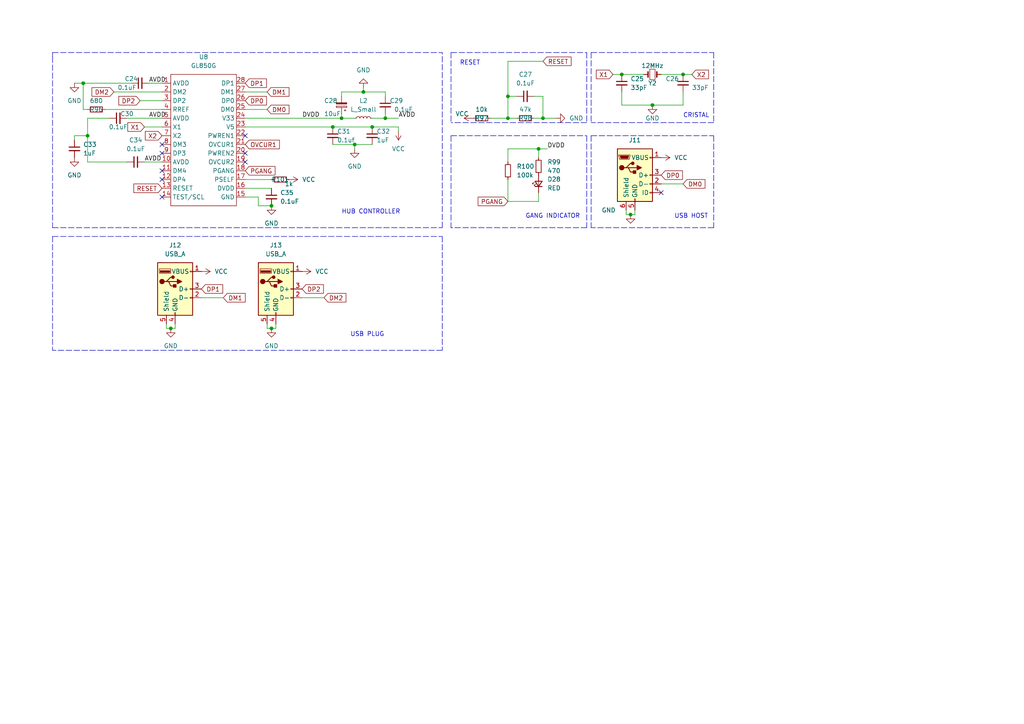
<source format=kicad_sch>
(kicad_sch (version 20211123) (generator eeschema)
  (paper "A4")
  (title_block (date "2022-11-22"))
  (lib_symbols
    (symbol "Connector:USB_A" (pin_names (offset 1.016))
      (property "Reference" "J" (at -5.08 11.43 0))
      (property "Value" "USB_A" (at -5.08 8.89 0))
      (symbol "USB_A_0_1"
        (rectangle (start -5.08 -7.62) (end 5.08 7.62) (stroke (width 0.254)) (fill (type background)))
        (circle (center -3.81 2.159) (radius 0.635) (stroke (width 0.254)) (fill (type outline)))
        (rectangle (start -1.524 4.826) (end -4.318 5.334) (fill (type outline)))
        (rectangle (start -1.27 4.572) (end -4.572 5.842))
        (circle (center -0.635 3.429) (radius 0.381) (stroke (width 0.254)) (fill (type outline)))
        (rectangle (start -0.127 -7.62) (end 0.127 -6.858))
        (polyline (pts (xy -3.175 2.159) (xy -2.54 2.159) (xy -1.27 3.429) (xy -0.635 3.429)) (stroke (width 0.254)))
        (polyline (pts (xy -2.54 2.159) (xy -1.905 2.159) (xy -1.27 0.889) (xy 0 0.889)) (stroke (width 0.254)))
        (polyline (pts (xy 0.635 2.794) (xy 0.635 1.524) (xy 1.905 2.159) (xy 0.635 2.794)) (stroke (width 0.254)) (fill (type outline)))
        (rectangle (start 0.254 1.27) (end -0.508 0.508) (stroke (width 0.254)) (fill (type outline)))
        (rectangle (start 5.08 -2.667) (end 4.318 -2.413))
        (rectangle (start 5.08 -0.127) (end 4.318 0.127))
        (rectangle (start 5.08 4.953) (end 4.318 5.207))
      )
      (symbol "USB_A_1_1"
        (polyline (pts (xy -1.905 2.159) (xy 0.635 2.159)) (stroke (width 0.254)))
        (pin power_in line (at 7.62 5.08 180) (length 2.54) (name "VBUS") (number "1"))
        (pin bidirectional line (at 7.62 -2.54 180) (length 2.54) (name "D-") (number "2"))
        (pin bidirectional line (at 7.62 0 180) (length 2.54) (name "D+") (number "3"))
        (pin power_in line (at 0 -10.16 90) (length 2.54) (name "GND") (number "4"))
        (pin passive line (at -2.54 -10.16 90) (length 2.54) (name "Shield") (number "5"))
      )
    )
    (symbol "Connector:USB_B_Mini" (pin_names (offset 1.016))
      (property "Reference" "J" (at -5.08 11.43 0))
      (property "Value" "USB_B_Mini" (at -5.08 8.89 0))
      (symbol "USB_B_Mini_0_1"
        (rectangle (start -5.08 -7.62) (end 5.08 7.62) (stroke (width 0.254)) (fill (type background)))
        (circle (center -3.81 2.159) (radius 0.635) (stroke (width 0.254)) (fill (type outline)))
        (circle (center -0.635 3.429) (radius 0.381) (stroke (width 0.254)) (fill (type outline)))
        (rectangle (start -0.127 -7.62) (end 0.127 -6.858))
        (polyline (pts (xy -1.905 2.159) (xy 0.635 2.159)) (stroke (width 0.254)))
        (polyline (pts (xy -3.175 2.159) (xy -2.54 2.159) (xy -1.27 3.429) (xy -0.635 3.429)) (stroke (width 0.254)))
        (polyline (pts (xy -2.54 2.159) (xy -1.905 2.159) (xy -1.27 0.889) (xy 0 0.889)) (stroke (width 0.254)))
        (polyline (pts (xy 0.635 2.794) (xy 0.635 1.524) (xy 1.905 2.159) (xy 0.635 2.794)) (stroke (width 0.254)) (fill (type outline)))
        (polyline (pts (xy -4.318 5.588) (xy -1.778 5.588) (xy -2.032 4.826) (xy -4.064 4.826) (xy -4.318 5.588)) (fill (type outline)))
        (polyline (pts (xy -4.699 5.842) (xy -4.699 5.588) (xy -4.445 4.826) (xy -4.445 4.572) (xy -1.651 4.572) (xy -1.651 4.826) (xy -1.397 5.588) (xy -1.397 5.842) (xy -4.699 5.842)))
        (rectangle (start 0.254 1.27) (end -0.508 0.508) (stroke (width 0.254)) (fill (type outline)))
        (rectangle (start 5.08 -5.207) (end 4.318 -4.953))
        (rectangle (start 5.08 -2.667) (end 4.318 -2.413))
        (rectangle (start 5.08 -0.127) (end 4.318 0.127))
        (rectangle (start 5.08 4.953) (end 4.318 5.207))
      )
      (symbol "USB_B_Mini_1_1"
        (pin power_out line (at 7.62 5.08 180) (length 2.54) (name "VBUS") (number "1"))
        (pin bidirectional line (at 7.62 -2.54 180) (length 2.54) (name "D-") (number "2"))
        (pin bidirectional line (at 7.62 0 180) (length 2.54) (name "D+") (number "3"))
        (pin passive line (at 7.62 -5.08 180) (length 2.54) (name "ID") (number "4"))
        (pin power_out line (at 0 -10.16 90) (length 2.54) (name "GND") (number "5"))
        (pin passive line (at -2.54 -10.16 90) (length 2.54) (name "Shield") (number "6"))
      )
    )
    (symbol "Device:C_Polarized_Small" (pin_numbers hide) (pin_names (offset 0.254) hide)
      (property "Reference" "C" (at 0.254 1.778 0))
      (property "Value" "C_Polarized_Small" (at 0.254 -2.032 0))
      (symbol "C_Polarized_Small_0_1"
        (rectangle (start -1.524 -0.3048) (end 1.524 -0.6858) (fill (type outline)))
        (rectangle (start -1.524 0.6858) (end 1.524 0.3048))
        (polyline (pts (xy -1.27 1.524) (xy -0.762 1.524)))
        (polyline (pts (xy -1.016 1.27) (xy -1.016 1.778)))
      )
      (symbol "C_Polarized_Small_1_1"
        (pin passive line (at 0 2.54 270) (length 1.8542) (name "~") (number "1"))
        (pin passive line (at 0 -2.54 90) (length 1.8542) (name "~") (number "2"))
      )
    )
    (symbol "Device:C_Small" (pin_numbers hide) (pin_names (offset 0.254) hide)
      (property "Reference" "C" (at 0.254 1.778 0))
      (property "Value" "C_Small" (at 0.254 -2.032 0))
      (symbol "C_Small_0_1"
        (polyline (pts (xy -1.524 -0.508) (xy 1.524 -0.508)) (stroke (width 0.3302)))
        (polyline (pts (xy -1.524 0.508) (xy 1.524 0.508)) (stroke (width 0.3048)))
      )
      (symbol "C_Small_1_1"
        (pin passive line (at 0 2.54 270) (length 2.032) (name "~") (number "1"))
        (pin passive line (at 0 -2.54 90) (length 2.032) (name "~") (number "2"))
      )
    )
    (symbol "Device:Crystal_Small" (pin_numbers hide) (pin_names (offset 1.016) hide)
      (property "Reference" "Y" (at 0 2.54 0))
      (property "Value" "Crystal_Small" (at 0 -2.54 0))
      (symbol "Crystal_Small_0_1"
        (rectangle (start -0.762 -1.524) (end 0.762 1.524))
        (polyline (pts (xy -1.27 -0.762) (xy -1.27 0.762)) (stroke (width 0.381)))
        (polyline (pts (xy 1.27 -0.762) (xy 1.27 0.762)) (stroke (width 0.381)))
      )
      (symbol "Crystal_Small_1_1"
        (pin passive line (at -2.54 0 0) (length 1.27) (name "1") (number "1"))
        (pin passive line (at 2.54 0 180) (length 1.27) (name "2") (number "2"))
      )
    )
    (symbol "Device:LED_Small" (pin_numbers hide) (pin_names (offset 0.254) hide)
      (property "Reference" "D" (at -1.27 3.175 0))
      (property "Value" "LED_Small" (at -4.445 -2.54 0))
      (symbol "LED_Small_0_1"
        (polyline (pts (xy -0.762 -1.016) (xy -0.762 1.016)) (stroke (width 0.254)))
        (polyline (pts (xy 1.016 0) (xy -0.762 0)))
        (polyline (pts (xy 0.762 -1.016) (xy -0.762 0) (xy 0.762 1.016) (xy 0.762 -1.016)) (stroke (width 0.254)))
        (polyline (pts (xy 0 0.762) (xy -0.508 1.27) (xy -0.254 1.27) (xy -0.508 1.27) (xy -0.508 1.016)))
        (polyline (pts (xy 0.508 1.27) (xy 0 1.778) (xy 0.254 1.778) (xy 0 1.778) (xy 0 1.524)))
      )
      (symbol "LED_Small_1_1"
        (pin passive line (at -2.54 0 0) (length 1.778) (name "K") (number "1"))
        (pin passive line (at 2.54 0 180) (length 1.778) (name "A") (number "2"))
      )
    )
    (symbol "Device:L_Small" (pin_numbers hide) (pin_names (offset 0.254) hide)
      (property "Reference" "L" (at 0.762 1.016 0))
      (property "Value" "L_Small" (at 0.762 -1.016 0))
      (symbol "L_Small_0_1"
        (arc (start 0 -2.032) (mid 0.508 -1.524) (end 0 -1.016))
        (arc (start 0 -1.016) (mid 0.508 -0.508) (end 0 0))
        (arc (start 0 0) (mid 0.508 0.508) (end 0 1.016))
        (arc (start 0 1.016) (mid 0.508 1.524) (end 0 2.032))
      )
      (symbol "L_Small_1_1"
        (pin passive line (at 0 2.54 270) (length 0.508) (name "~") (number "1"))
        (pin passive line (at 0 -2.54 90) (length 0.508) (name "~") (number "2"))
      )
    )
    (symbol "Device:R_Small" (pin_numbers hide) (pin_names (offset 0.254) hide)
      (property "Reference" "R" (at 0.762 0.508 0))
      (property "Value" "R_Small" (at 0.762 -1.016 0))
      (symbol "R_Small_0_1"
        (rectangle (start -0.762 1.778) (end 0.762 -1.778) (stroke (width 0.2032)))
      )
      (symbol "R_Small_1_1"
        (pin passive line (at 0 2.54 270) (length 0.762) (name "~") (number "1"))
        (pin passive line (at 0 -2.54 90) (length 0.762) (name "~") (number "2"))
      )
    )
    (symbol "Interface_USB:GL850G"
      (property "Reference" "U" (at 0 1.27 0))
      (property "Value" "GL850G" (at 0 -3.81 0))
      (symbol "GL850G_0_1"
        (rectangle (start -10.16 0) (end 8.89 -38.1))
      )
      (symbol "GL850G_1_1"
        (pin passive line (at -12.7 -2.54 0) (length 2.54) (name "AVDD") (number "1"))
        (pin passive line (at -12.7 -25.4 0) (length 2.54) (name "AVDD") (number "10"))
        (pin passive line (at -12.7 -27.94 0) (length 2.54) (name "DM4") (number "11"))
        (pin passive line (at -12.7 -30.48 0) (length 2.54) (name "DP4") (number "12"))
        (pin passive line (at -12.7 -33.02 0) (length 2.54) (name "RESET") (number "13"))
        (pin passive line (at -12.7 -35.56 0) (length 2.54) (name "TEST/SCL") (number "14"))
        (pin passive line (at 11.43 -35.56 180) (length 2.54) (name "GND") (number "15"))
        (pin passive line (at 11.43 -33.02 180) (length 2.54) (name "DVDD") (number "16"))
        (pin passive line (at 11.43 -30.48 180) (length 2.54) (name "PSELF") (number "17"))
        (pin passive line (at 11.43 -27.94 180) (length 2.54) (name "PGANG") (number "18"))
        (pin passive line (at 11.43 -25.4 180) (length 2.54) (name "OVCUR2") (number "19"))
        (pin passive line (at -12.7 -5.08 0) (length 2.54) (name "DM2") (number "2"))
        (pin passive line (at 11.43 -22.86 180) (length 2.54) (name "PWREN2") (number "20"))
        (pin passive line (at 11.43 -20.32 180) (length 2.54) (name "OVCUR1") (number "21"))
        (pin passive line (at 11.43 -17.78 180) (length 2.54) (name "PWREN1") (number "22"))
        (pin passive line (at 11.43 -15.24 180) (length 2.54) (name "V5") (number "23"))
        (pin passive line (at 11.43 -12.7 180) (length 2.54) (name "V33") (number "24"))
        (pin passive line (at 11.43 -10.16 180) (length 2.54) (name "DM0") (number "25"))
        (pin passive line (at 11.43 -7.62 180) (length 2.54) (name "DP0") (number "26"))
        (pin passive line (at 11.43 -5.08 180) (length 2.54) (name "DM1") (number "27"))
        (pin passive line (at 11.43 -2.54 180) (length 2.54) (name "DP1") (number "28"))
        (pin passive line (at -12.7 -7.62 0) (length 2.54) (name "DP2") (number "3"))
        (pin passive line (at -12.7 -10.16 0) (length 2.54) (name "RREF") (number "4"))
        (pin passive line (at -12.7 -12.7 0) (length 2.54) (name "AVDD") (number "5"))
        (pin passive line (at -12.7 -15.24 0) (length 2.54) (name "X1") (number "6"))
        (pin passive line (at -12.7 -17.78 0) (length 2.54) (name "X2") (number "7"))
        (pin passive line (at -12.7 -20.32 0) (length 2.54) (name "DM3") (number "8"))
        (pin passive line (at -12.7 -22.86 0) (length 2.54) (name "DP3") (number "9"))
      )
    )
    (symbol "power:GND" (power) (pin_names (offset 0))
      (property "Value" "GND" (at 0 -3.81 0))
      (symbol "GND_0_1"
        (polyline (pts (xy 0 0) (xy 0 -1.27) (xy 1.27 -1.27) (xy 0 -2.54) (xy -1.27 -1.27) (xy 0 -1.27)))
      )
      (symbol "GND_1_1"
        (pin power_in line (at 0 0 270) (length 0) hide (name "GND") (number "1"))
      )
    )
    (symbol "power:VCC" (power) (pin_names (offset 0))
      (property "Value" "VCC" (at 0 3.81 0))
      (symbol "VCC_0_1"
        (polyline (pts (xy -0.762 1.27) (xy 0 2.54)))
        (polyline (pts (xy 0 0) (xy 0 2.54)))
        (polyline (pts (xy 0 2.54) (xy 0.762 1.27)))
      )
      (symbol "VCC_1_1"
        (pin power_in line (at 0 0 90) (length 0) hide (name "VCC") (number "1"))
      )
    )
  )
  (junction (at 147.32 34.29))
  (junction (at 107.95 36.83))
  (junction (at 24.13 24.13))
  (junction (at 105.41 26.67))
  (junction (at 180.34 21.59))
  (junction (at 147.32 27.94))
  (junction (at 99.06 34.29))
  (junction (at 198.12 21.59))
  (junction (at 78.74 95.25))
  (junction (at 111.76 34.29))
  (junction (at 156.21 43.18))
  (junction (at 189.23 30.48))
  (junction (at 49.53 95.25))
  (junction (at 96.52 36.83))
  (junction (at 102.87 41.91))
  (junction (at 78.74 59.69))
  (junction (at 157.48 34.29))
  (junction (at 182.88 62.23))
  (junction (at 25.4 39.37))
  (no_connect (at 46.99 57.15))
  (no_connect (at 46.99 49.53))
  (no_connect (at 46.99 52.07))
  (no_connect (at 46.99 44.45))
  (no_connect (at 71.12 46.99))
  (no_connect (at 191.77 55.88))
  (no_connect (at 71.12 39.37))
  (no_connect (at 71.12 44.45))
  (no_connect (at 46.99 41.91))
  (wire (pts (xy 177.8 21.59) (xy 180.34 21.59)))
  (wire (pts (xy 111.76 33.02) (xy 111.76 34.29)))
  (wire (pts (xy 99.06 33.02) (xy 99.06 34.29)))
  (wire (pts (xy 25.4 46.99) (xy 25.4 39.37)))
  (wire (pts (xy 184.15 60.96) (xy 184.15 62.23)))
  (wire (pts (xy 43.18 24.13) (xy 46.99 24.13)))
  (wire (pts (xy 71.12 34.29) (xy 99.06 34.29)))
  (polyline (pts (xy 171.45 15.24) (xy 171.45 35.56)))
  (wire (pts (xy 147.32 43.18) (xy 156.21 43.18)))
  (wire (pts (xy 71.12 54.61) (xy 78.74 54.61)))
  (polyline (pts (xy 170.18 35.56) (xy 130.81 35.56)))
  (wire (pts (xy 180.34 26.67) (xy 180.34 30.48)))
  (polyline (pts (xy 15.24 15.24) (xy 15.24 16.51)))
  (wire (pts (xy 147.32 27.94) (xy 147.32 17.78)))
  (wire (pts (xy 99.06 34.29) (xy 102.87 34.29)))
  (wire (pts (xy 74.93 59.69) (xy 78.74 59.69)))
  (wire (pts (xy 71.12 31.75) (xy 77.47 31.75)))
  (wire (pts (xy 191.77 21.59) (xy 198.12 21.59)))
  (wire (pts (xy 107.95 34.29) (xy 111.76 34.29)))
  (polyline (pts (xy 171.45 39.37) (xy 207.01 39.37)))
  (wire (pts (xy 40.64 29.21) (xy 46.99 29.21)))
  (polyline (pts (xy 170.18 66.04) (xy 130.81 66.04)))
  (wire (pts (xy 156.21 43.18) (xy 158.75 43.18)))
  (wire (pts (xy 147.32 46.99) (xy 147.32 43.18)))
  (polyline (pts (xy 130.81 15.24) (xy 130.81 35.56)))
  (wire (pts (xy 191.77 53.34) (xy 198.12 53.34)))
  (wire (pts (xy 189.23 30.48) (xy 198.12 30.48)))
  (wire (pts (xy 50.8 95.25) (xy 49.53 95.25)))
  (polyline (pts (xy 171.45 15.24) (xy 207.01 15.24)))
  (wire (pts (xy 96.52 41.91) (xy 102.87 41.91)))
  (wire (pts (xy 184.15 62.23) (xy 182.88 62.23)))
  (wire (pts (xy 156.21 55.88) (xy 156.21 58.42)))
  (wire (pts (xy 58.42 86.36) (xy 64.77 86.36)))
  (wire (pts (xy 157.48 34.29) (xy 154.94 34.29)))
  (wire (pts (xy 147.32 17.78) (xy 157.48 17.78)))
  (wire (pts (xy 181.61 60.96) (xy 181.61 62.23)))
  (wire (pts (xy 71.12 52.07) (xy 78.74 52.07)))
  (polyline (pts (xy 128.27 101.6) (xy 15.24 101.6)))
  (wire (pts (xy 71.12 57.15) (xy 74.93 57.15)))
  (wire (pts (xy 147.32 27.94) (xy 147.32 34.29)))
  (polyline (pts (xy 15.24 16.51) (xy 15.24 66.04)))
  (wire (pts (xy 147.32 34.29) (xy 149.86 34.29)))
  (wire (pts (xy 21.59 24.13) (xy 24.13 24.13)))
  (wire (pts (xy 99.06 27.94) (xy 99.06 26.67)))
  (wire (pts (xy 74.93 57.15) (xy 74.93 59.69)))
  (wire (pts (xy 154.94 27.94) (xy 157.48 27.94)))
  (wire (pts (xy 48.26 95.25) (xy 49.53 95.25)))
  (wire (pts (xy 115.57 36.83) (xy 107.95 36.83)))
  (wire (pts (xy 24.13 31.75) (xy 25.4 31.75)))
  (wire (pts (xy 156.21 43.18) (xy 156.21 45.72)))
  (wire (pts (xy 111.76 34.29) (xy 115.57 34.29)))
  (polyline (pts (xy 207.01 66.04) (xy 171.45 66.04)))
  (wire (pts (xy 99.06 26.67) (xy 105.41 26.67)))
  (polyline (pts (xy 207.01 15.24) (xy 207.01 35.56)))
  (wire (pts (xy 149.86 27.94) (xy 147.32 27.94)))
  (wire (pts (xy 50.8 93.98) (xy 50.8 95.25)))
  (polyline (pts (xy 207.01 39.37) (xy 207.01 66.04)))
  (wire (pts (xy 25.4 39.37) (xy 25.4 34.29)))
  (wire (pts (xy 24.13 24.13) (xy 24.13 31.75)))
  (polyline (pts (xy 128.27 66.04) (xy 128.27 15.24)))
  (polyline (pts (xy 15.24 66.04) (xy 128.27 66.04)))
  (wire (pts (xy 71.12 36.83) (xy 96.52 36.83)))
  (wire (pts (xy 21.59 40.64) (xy 21.59 39.37)))
  (polyline (pts (xy 207.01 35.56) (xy 171.45 35.56)))
  (wire (pts (xy 142.24 34.29) (xy 147.32 34.29)))
  (wire (pts (xy 180.34 30.48) (xy 189.23 30.48)))
  (wire (pts (xy 180.34 21.59) (xy 186.69 21.59)))
  (wire (pts (xy 33.02 26.67) (xy 46.99 26.67)))
  (polyline (pts (xy 130.81 39.37) (xy 170.18 39.37)))
  (wire (pts (xy 77.47 95.25) (xy 77.47 93.98)))
  (polyline (pts (xy 130.81 39.37) (xy 130.81 66.04)))
  (wire (pts (xy 38.1 24.13) (xy 24.13 24.13)))
  (wire (pts (xy 105.41 25.4) (xy 105.41 26.67)))
  (wire (pts (xy 21.59 39.37) (xy 25.4 39.37)))
  (wire (pts (xy 41.91 36.83) (xy 46.99 36.83)))
  (wire (pts (xy 111.76 26.67) (xy 111.76 27.94)))
  (wire (pts (xy 80.01 95.25) (xy 78.74 95.25)))
  (wire (pts (xy 161.29 34.29) (xy 157.48 34.29)))
  (wire (pts (xy 48.26 93.98) (xy 48.26 95.25)))
  (wire (pts (xy 105.41 26.67) (xy 111.76 26.67)))
  (wire (pts (xy 25.4 34.29) (xy 31.75 34.29)))
  (wire (pts (xy 147.32 58.42) (xy 147.32 52.07)))
  (wire (pts (xy 102.87 41.91) (xy 107.95 41.91)))
  (polyline (pts (xy 130.81 15.24) (xy 170.18 15.24)))
  (wire (pts (xy 80.01 93.98) (xy 80.01 95.25)))
  (wire (pts (xy 198.12 21.59) (xy 200.66 21.59)))
  (wire (pts (xy 182.88 62.23) (xy 181.61 62.23)))
  (wire (pts (xy 102.87 41.91) (xy 102.87 43.18)))
  (wire (pts (xy 87.63 86.36) (xy 93.98 86.36)))
  (wire (pts (xy 71.12 26.67) (xy 77.47 26.67)))
  (polyline (pts (xy 128.27 68.58) (xy 128.27 101.6)))
  (polyline (pts (xy 15.24 68.58) (xy 128.27 68.58)))
  (wire (pts (xy 36.83 46.99) (xy 25.4 46.99)))
  (wire (pts (xy 78.74 95.25) (xy 77.47 95.25)))
  (polyline (pts (xy 170.18 39.37) (xy 170.18 66.04)))
  (polyline (pts (xy 171.45 39.37) (xy 171.45 66.04)))
  (wire (pts (xy 96.52 36.83) (xy 107.95 36.83)))
  (wire (pts (xy 115.57 38.1) (xy 115.57 36.83)))
  (polyline (pts (xy 15.24 68.58) (xy 15.24 101.6)))
  (wire (pts (xy 41.91 46.99) (xy 46.99 46.99)))
  (wire (pts (xy 36.83 34.29) (xy 46.99 34.29)))
  (wire (pts (xy 198.12 30.48) (xy 198.12 26.67)))
  (wire (pts (xy 156.21 58.42) (xy 147.32 58.42)))
  (polyline (pts (xy 15.24 15.24) (xy 128.27 15.24)))
  (polyline (pts (xy 170.18 15.24) (xy 170.18 35.56)))
  (wire (pts (xy 30.48 31.75) (xy 46.99 31.75)))
  (wire (pts (xy 157.48 27.94) (xy 157.48 34.29)))
  (text "USB HOST" (at 195.58 63.5 0) (effects (font (size 1.27 1.27)) (justify left bottom)))
  (text "GANG INDICATOR" (at 152.4 63.5 0) (effects (font (size 1.27 1.27)) (justify left bottom)))
  (text "CRISTAL" (at 198.12 34.29 0) (effects (font (size 1.27 1.27)) (justify left bottom)))
  (text "RESET" (at 133.35 19.05 0) (effects (font (size 1.27 1.27)) (justify left bottom)))
  (text "USB PLUG" (at 101.6 97.79 0) (effects (font (size 1.27 1.27)) (justify left bottom)))
  (text "HUB CONTROLLER" (at 99.06 62.23 0) (effects (font (size 1.27 1.27)) (justify left bottom)))
  (label "DVDD" (at 158.75 43.18 0))
  (label "AVDD" (at 115.57 34.29 0))
  (label "AVDD" (at 41.91 46.99 0))
  (label "DVDD" (at 87.63 34.29 0))
  (label "AVDD" (at 43.18 24.13 0))
  (label "AVDD" (at 43.18 34.29 0))
  (global_label "DM2" (shape input) (at 33.02 26.67 180) (property "Intersheet References" "${INTERSHEET_REFS}" (effects hide)))
  (global_label "OVCUR1" (shape input) (at 71.12 41.91 0) (property "Intersheet References" "${INTERSHEET_REFS}" (effects hide)))
  (global_label "DM0" (shape input) (at 198.12 53.34 0) (property "Intersheet References" "${INTERSHEET_REFS}" (effects hide)))
  (global_label "RESET" (shape input) (at 46.99 54.61 180) (property "Intersheet References" "${INTERSHEET_REFS}" (effects hide)))
  (global_label "DP0" (shape input) (at 71.12 29.21 0) (property "Intersheet References" "${INTERSHEET_REFS}" (effects hide)))
  (global_label "PGANG" (shape input) (at 71.12 49.53 0) (property "Intersheet References" "${INTERSHEET_REFS}" (effects hide)))
  (global_label "DP2" (shape input) (at 40.64 29.21 180) (property "Intersheet References" "${INTERSHEET_REFS}" (effects hide)))
  (global_label "X1" (shape input) (at 41.91 36.83 180) (property "Intersheet References" "${INTERSHEET_REFS}" (effects hide)))
  (global_label "DP0" (shape input) (at 191.77 50.8 0) (property "Intersheet References" "${INTERSHEET_REFS}" (effects hide)))
  (global_label "X1" (shape input) (at 177.8 21.59 180) (property "Intersheet References" "${INTERSHEET_REFS}" (effects hide)))
  (global_label "X2" (shape input) (at 46.99 39.37 180) (property "Intersheet References" "${INTERSHEET_REFS}" (effects hide)))
  (global_label "DM2" (shape input) (at 93.98 86.36 0) (property "Intersheet References" "${INTERSHEET_REFS}" (effects hide)))
  (global_label "DM1" (shape input) (at 64.77 86.36 0) (property "Intersheet References" "${INTERSHEET_REFS}" (effects hide)))
  (global_label "PGANG" (shape input) (at 147.32 58.42 180) (property "Intersheet References" "${INTERSHEET_REFS}" (effects hide)))
  (global_label "DP2" (shape input) (at 87.63 83.82 0) (property "Intersheet References" "${INTERSHEET_REFS}" (effects hide)))
  (global_label "DM1" (shape input) (at 77.47 26.67 0) (property "Intersheet References" "${INTERSHEET_REFS}" (effects hide)))
  (global_label "X2" (shape input) (at 200.66 21.59 0) (property "Intersheet References" "${INTERSHEET_REFS}" (effects hide)))
  (global_label "DM0" (shape input) (at 77.47 31.75 0) (property "Intersheet References" "${INTERSHEET_REFS}" (effects hide)))
  (global_label "RESET" (shape input) (at 157.48 17.78 0) (property "Intersheet References" "${INTERSHEET_REFS}" (effects hide)))
  (global_label "DP1" (shape input) (at 58.42 83.82 0) (property "Intersheet References" "${INTERSHEET_REFS}" (effects hide)))
  (global_label "DP1" (shape input) (at 71.12 24.13 0) (property "Intersheet References" "${INTERSHEET_REFS}" (effects hide)))
  (symbol (lib_id "Device:C_Small") (at 107.95 39.37 0) (unit 1)
    (property "Reference" "C32" (at 109.22 38.1 0) (effects (justify left)))
    (property "Value" "1uF" (at 109.22 40.64 0) (effects (justify left)))
    (property "Footprint" "Capacitor_SMD:C_0603_1608Metric" (effects hide))
  )
  (symbol (lib_id "Device:C_Small") (at 39.37 46.99 90) (unit 1)
    (property "Reference" "C34" (at 39.3763 40.64 90))
    (property "Value" "0.1uF" (at 39.3763 43.18 90))
    (property "Footprint" "Capacitor_SMD:C_0603_1608Metric" (effects hide))
  )
  (symbol (lib_id "power:VCC") (at 83.82 52.07 270) (unit 1)
    (property "Reference" "#PWR090" (effects hide))
    (property "Value" "VCC" (at 87.63 52.0699 90) (effects (justify left)))
  )
  (symbol (lib_id "Device:R_Small") (at 147.32 49.53 0) (unit 1)
    (property "Reference" "R100" (at 149.86 48.2599 0) (effects (justify left)))
    (property "Value" "100k" (at 149.86 50.7999 0) (effects (justify left)))
    (property "Footprint" "Resistor_SMD:R_0603_1608Metric" (effects hide))
  )
  (symbol (lib_id "Device:C_Small") (at 78.74 57.15 0) (unit 1)
    (property "Reference" "C35" (at 81.28 55.8862 0) (effects (justify left)))
    (property "Value" "0.1uF" (at 81.28 58.4262 0) (effects (justify left)))
    (property "Footprint" "Capacitor_SMD:C_0603_1608Metric" (effects hide))
  )
  (symbol (lib_id "power:VCC") (at 58.42 78.74 270) (unit 1)
    (property "Reference" "#PWR093" (effects hide))
    (property "Value" "VCC" (at 62.23 78.7399 90) (effects (justify left)))
  )
  (symbol (lib_id "power:VCC") (at 87.63 78.74 270) (unit 1)
    (property "Reference" "#PWR094" (effects hide))
    (property "Value" "VCC" (at 91.44 78.7399 90) (effects (justify left)))
  )
  (symbol (lib_id "power:GND") (at 49.53 95.25 0) (unit 1)
    (property "Reference" "#PWR095" (effects hide))
    (property "Value" "GND" (at 49.53 100.33 0))
  )
  (symbol (lib_id "Device:Crystal_Small") (at 189.23 21.59 0) (unit 1)
    (property "Reference" "Y2" (at 189.23 24.13 0))
    (property "Value" "12MHz" (at 189.23 19.05 0))
    (property "Footprint" "Crystal:Crystal_SMD_3225-4Pin_3.2x2.5mm" (effects hide))
  )
  (symbol (lib_id "power:GND") (at 189.23 30.48 0) (unit 1)
    (property "Reference" "#PWR083" (effects hide))
    (property "Value" "GND" (at 189.23 34.29 0))
  )
  (symbol (lib_id "Device:C_Small") (at 40.64 24.13 90) (unit 1)
    (property "Reference" "C24" (at 38.1 22.86 90))
    (property "Value" "0.1uF" (at 36.83 25.4 90))
    (property "Footprint" "Capacitor_SMD:C_0603_1608Metric" (effects hide))
  )
  (symbol (lib_id "Device:R_Small") (at 152.4 34.29 90) (unit 1)
    (property "Reference" "R98" (at 152.4 34.29 90))
    (property "Value" "47k" (at 152.4 31.75 90))
    (property "Footprint" "Resistor_SMD:R_0603_1608Metric" (effects hide))
  )
  (symbol (lib_id "Device:C_Small") (at 180.34 24.13 0) (unit 1)
    (property "Reference" "C25" (at 182.88 22.8662 0) (effects (justify left)))
    (property "Value" "33pF" (at 182.88 25.4062 0) (effects (justify left)))
    (property "Footprint" "Capacitor_SMD:C_0603_1608Metric" (effects hide))
  )
  (symbol (lib_id "Device:L_Small") (at 105.41 34.29 90) (unit 1)
    (property "Reference" "L2" (at 105.41 29.21 90))
    (property "Value" "L_Small" (at 105.41 31.75 90))
    (property "Footprint" "Inductor_SMD:L_0603_1608Metric" (effects hide))
  )
  (symbol (lib_id "Device:C_Small") (at 34.29 34.29 90) (unit 1)
    (property "Reference" "C30" (at 36.83 33.02 90))
    (property "Value" "0.1uF" (at 34.29 36.83 90))
    (property "Footprint" "Capacitor_SMD:C_0603_1608Metric" (effects hide))
  )
  (symbol (lib_id "Device:C_Small") (at 96.52 39.37 0) (unit 1)
    (property "Reference" "C31" (at 97.79 38.1 0) (effects (justify left)))
    (property "Value" "0.1uf" (at 97.79 40.64 0) (effects (justify left)))
    (property "Footprint" "Capacitor_SMD:C_0603_1608Metric" (effects hide))
  )
  (symbol (lib_id "power:GND") (at 21.59 24.13 0) (unit 1)
    (property "Reference" "#PWR081" (effects hide))
    (property "Value" "GND" (at 21.59 29.21 0))
  )
  (symbol (lib_id "power:VCC") (at 137.16 34.29 90) (unit 1)
    (property "Reference" "#PWR084" (effects hide))
    (property "Value" "VCC" (at 132.08 33.02 90) (effects (justify right)))
  )
  (symbol (lib_id "Device:R_Small") (at 27.94 31.75 90) (unit 1)
    (property "Reference" "R96" (at 27.94 31.75 90))
    (property "Value" "680" (at 27.94 29.21 90))
    (property "Footprint" "Resistor_SMD:R_0603_1608Metric" (effects hide))
  )
  (symbol (lib_id "Device:R_Small") (at 81.28 52.07 90) (unit 1)
    (property "Reference" "R101" (at 81.28 52.07 90))
    (property "Value" "1k" (at 83.82 53.34 90))
    (property "Footprint" "Resistor_SMD:R_0603_1608Metric" (effects hide))
  )
  (symbol (lib_id "Interface_USB:GL850G") (at 59.69 21.59 0) (unit 1)
    (property "Reference" "U8" (at 59.055 16.51 0))
    (property "Value" "GL850G" (at 59.055 19.05 0))
    (property "Footprint" "Package_SO:SSOP-28_3.9x9.9mm_P0.635mm" (effects hide))
  )
  (symbol (lib_id "power:GND") (at 161.29 34.29 90) (unit 1)
    (property "Reference" "#PWR085" (effects hide))
    (property "Value" "GND" (at 165.1 34.2899 90) (effects (justify right)))
  )
  (symbol (lib_id "Device:R_Small") (at 156.21 48.26 0) (unit 1)
    (property "Reference" "R99" (at 158.75 46.9899 0) (effects (justify left)))
    (property "Value" "470" (at 158.75 49.5299 0) (effects (justify left)))
    (property "Footprint" "Resistor_SMD:R_0603_1608Metric" (effects hide))
  )
  (symbol (lib_id "Device:C_Polarized_Small") (at 99.06 30.48 180) (unit 1)
    (property "Reference" "C28" (at 93.98 29.21 0) (effects (justify right)))
    (property "Value" "10uF" (at 93.98 33.02 0) (effects (justify right)))
    (property "Footprint" "Capacitor_SMD:CP_Elec_4x4.5" (effects hide))
  )
  (symbol (lib_id "Device:C_Small") (at 198.12 24.13 0) (unit 1)
    (property "Reference" "C26" (at 193.04 22.86 0) (effects (justify left)))
    (property "Value" "33pF" (at 200.66 25.4062 0) (effects (justify left)))
    (property "Footprint" "Capacitor_SMD:C_0603_1608Metric" (effects hide))
  )
  (symbol (lib_id "Connector:USB_A") (at 80.01 83.82 0) (unit 1)
    (property "Reference" "J13" (at 80.01 71.12 0))
    (property "Value" "USB_A" (at 80.01 73.66 0))
    (property "Footprint" "Connector_USB:USB_A_Stewart_SS-52100-001_Horizontal" (effects hide))
    (property "Datasheet" " ~" (effects hide))
  )
  (symbol (lib_id "Device:LED_Small") (at 156.21 53.34 90) (unit 1)
    (property "Reference" "D28" (at 158.75 52.0064 90) (effects (justify right)))
    (property "Value" "RED" (at 158.75 54.5464 90) (effects (justify right)))
    (property "Footprint" "LED_SMD:LED_0805_2012Metric" (effects hide))
  )
  (symbol (lib_id "Device:C_Small") (at 152.4 27.94 90) (unit 1)
    (property "Reference" "C27" (at 152.4063 21.59 90))
    (property "Value" "0.1uF" (at 152.4063 24.13 90))
    (property "Footprint" "Capacitor_SMD:C_0603_1608Metric" (effects hide))
  )
  (symbol (lib_id "Device:R_Small") (at 139.7 34.29 90) (unit 1)
    (property "Reference" "R97" (at 139.7 34.29 90))
    (property "Value" "10k" (at 139.7 31.75 90))
    (property "Footprint" "Resistor_SMD:R_0603_1608Metric" (effects hide))
  )
  (symbol (lib_id "power:VCC") (at 191.77 45.72 270) (unit 1)
    (property "Reference" "#PWR089" (effects hide))
    (property "Value" "VCC" (at 195.58 45.7199 90) (effects (justify left)))
  )
  (symbol (lib_id "power:GND") (at 21.59 45.72 0) (unit 1)
    (property "Reference" "#PWR088" (effects hide))
    (property "Value" "GND" (at 21.59 50.8 0))
  )
  (symbol (lib_id "power:GND") (at 78.74 59.69 0) (unit 1)
    (property "Reference" "#PWR091" (effects hide))
    (property "Value" "GND" (at 78.74 64.77 0))
  )
  (symbol (lib_id "power:GND") (at 102.87 43.18 0) (unit 1)
    (property "Reference" "#PWR087" (effects hide))
    (property "Value" "GND" (at 102.87 48.26 0))
  )
  (symbol (lib_id "power:GND") (at 105.41 25.4 180) (unit 1)
    (property "Reference" "#PWR082" (effects hide))
    (property "Value" "GND" (at 105.41 20.32 0))
  )
  (symbol (lib_id "Device:C_Small") (at 111.76 30.48 0) (unit 1)
    (property "Reference" "C29" (at 113.03 29.21 0) (effects (justify left)))
    (property "Value" "0.1uF" (at 114.3 31.7562 0) (effects (justify left)))
    (property "Footprint" "Capacitor_SMD:C_0603_1608Metric" (effects hide))
  )
  (symbol (lib_id "Device:C_Small") (at 21.59 43.18 0) (unit 1)
    (property "Reference" "C33" (at 24.13 41.9162 0) (effects (justify left)))
    (property "Value" "1uF" (at 24.13 44.4562 0) (effects (justify left)))
    (property "Footprint" "Capacitor_SMD:C_0603_1608Metric" (effects hide))
  )
  (symbol (lib_id "power:GND") (at 78.74 95.25 0) (unit 1)
    (property "Reference" "#PWR096" (effects hide))
    (property "Value" "GND" (at 78.74 100.33 0))
  )
  (symbol (lib_id "power:VCC") (at 115.57 38.1 180) (unit 1)
    (property "Reference" "#PWR086" (effects hide))
    (property "Value" "VCC" (at 115.57 43.18 0))
  )
  (symbol (lib_id "Connector:USB_B_Mini") (at 184.15 50.8 0) (unit 1)
    (property "Reference" "J11" (at 184.15 40.64 0))
    (property "Value" "USB_B_Mini" (effects hide))
    (property "Footprint" "Connector_USB:USB_Mini-B_Lumberg_2486_01_Horizontal" (effects hide))
  )
  (symbol (lib_id "Connector:USB_A") (at 50.8 83.82 0) (unit 1)
    (property "Reference" "J12" (at 50.8 71.12 0))
    (property "Value" "USB_A" (at 50.8 73.66 0))
    (property "Footprint" "Connector_USB:USB_A_Stewart_SS-52100-001_Horizontal" (effects hide))
    (property "Datasheet" " ~" (effects hide))
  )
  (symbol (lib_id "power:GND") (at 182.88 62.23 0) (unit 1)
    (property "Reference" "#PWR092" (effects hide))
    (property "Value" "GND" (at 176.53 60.96 0))
  )
)
</source>
